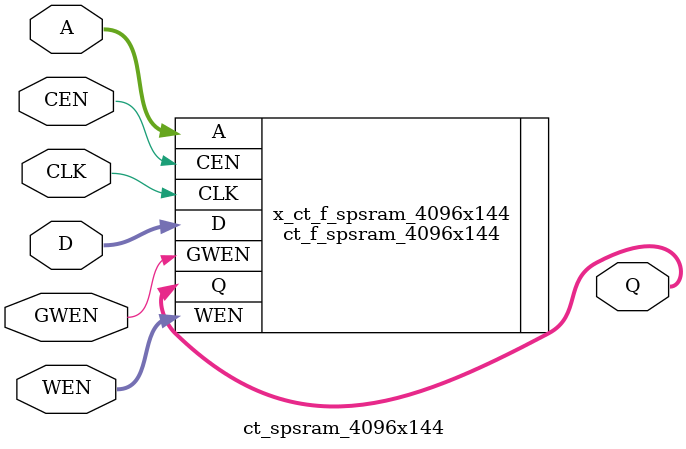
<source format=v>
/*Copyright 2019-2021 T-Head Semiconductor Co., Ltd.

Licensed under the Apache License, Version 2.0 (the "License");
you may not use this file except in compliance with the License.
You may obtain a copy of the License at

    http://www.apache.org/licenses/LICENSE-2.0

Unless required by applicable law or agreed to in writing, software
distributed under the License is distributed on an "AS IS" BASIS,
WITHOUT WARRANTIES OR CONDITIONS OF ANY KIND, either express or implied.
See the License for the specific language governing permissions and
limitations under the License.
*/

// &ModuleBeg; @22
module ct_spsram_4096x144(
  A,
  CEN,
  CLK,
  D,
  GWEN,
  Q,
  WEN
);

// &Ports; @23
input   [11 :0]  A;
input            CEN;
input            CLK;
input   [143:0]  D;
input            GWEN;
input   [143:0]  WEN;
output  [143:0]  Q;

// &Regs; @24

// &Wires; @25
wire    [11 :0]  A;
wire             CEN;
wire             CLK;
wire    [143:0]  D;
wire             GWEN;
wire    [143:0]  Q;
wire    [143:0]  WEN;


//**********************************************************
//                  Parameter Definition
//**********************************************************
parameter ADDR_WIDTH = 12;
parameter DATA_WIDTH = 144;
parameter WE_WIDTH   = 144;

// &Force("bus","Q",DATA_WIDTH-1,0); @34
// &Force("bus","WEN",WE_WIDTH-1,0); @35
// &Force("bus","A",ADDR_WIDTH-1,0); @36
// &Force("bus","D",DATA_WIDTH-1,0); @37

  //********************************************************
  //*                        FPGA memory                   *
  //********************************************************
//   &Instance("ct_f_spsram_4096x144"); @43
ct_f_spsram_4096x144  x_ct_f_spsram_4096x144 (
  .A    (A   ),
  .CEN  (CEN ),
  .CLK  (CLK ),
  .D    (D   ),
  .GWEN (GWEN),
  .Q    (Q   ),
  .WEN  (WEN )
);

//   &Instance("ct_tsmc_spsram_4096x144"); @49

// &ModuleEnd; @65
endmodule



</source>
